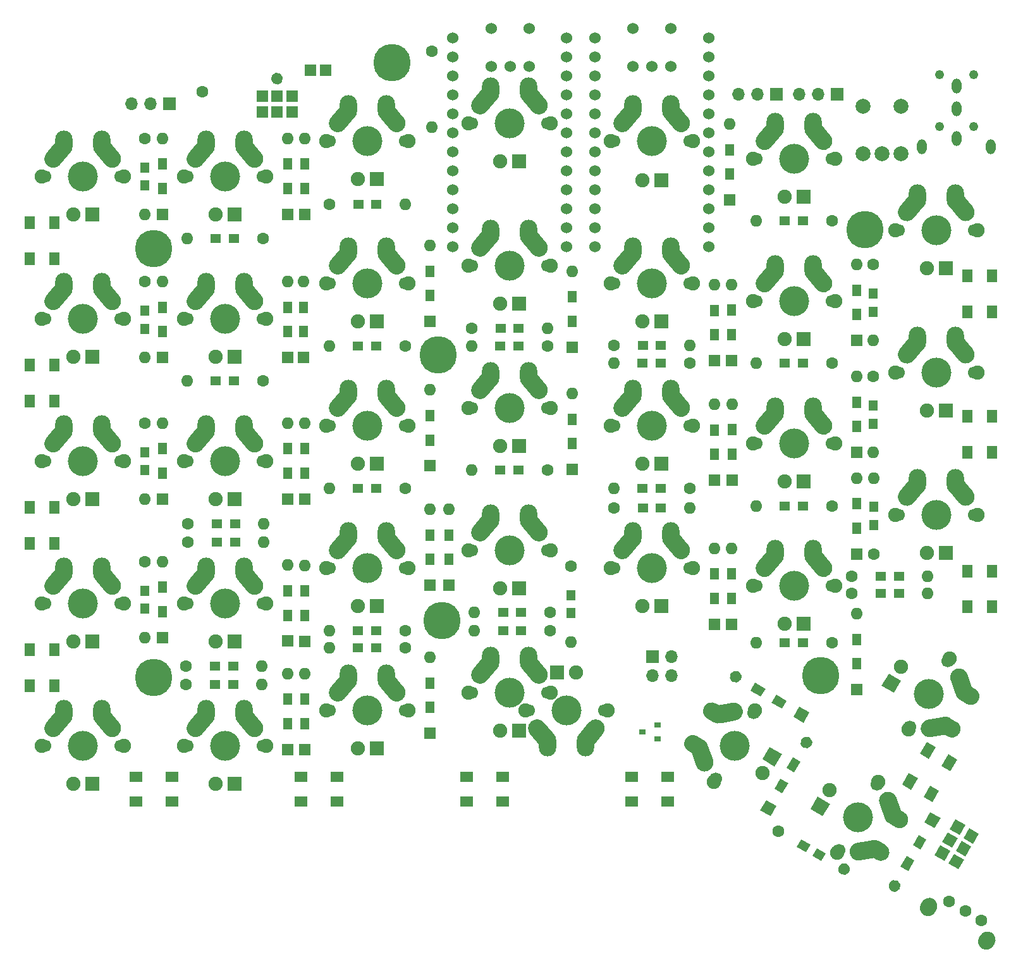
<source format=gbs>
G04 #@! TF.GenerationSoftware,KiCad,Pcbnew,(5.99.0-7652-gaab3c936f0)*
G04 #@! TF.CreationDate,2020-12-28T19:10:51+00:00*
G04 #@! TF.ProjectId,ergodash,6572676f-6461-4736-982e-6b696361645f,2.0*
G04 #@! TF.SameCoordinates,PX4c880a8PY8a3633c*
G04 #@! TF.FileFunction,Soldermask,Bot*
G04 #@! TF.FilePolarity,Negative*
%FSLAX46Y46*%
G04 Gerber Fmt 4.6, Leading zero omitted, Abs format (unit mm)*
G04 Created by KiCad (PCBNEW (5.99.0-7652-gaab3c936f0)) date 2020-12-28 19:10:51*
%MOMM*%
%LPD*%
G01*
G04 APERTURE LIST*
%ADD10C,2.000000*%
%ADD11C,1.600000*%
%ADD12O,1.600000X1.600000*%
%ADD13C,5.000000*%
%ADD14R,1.524000X1.524000*%
%ADD15C,1.210000*%
%ADD16O,1.300000X2.000000*%
%ADD17R,1.700000X1.700000*%
%ADD18O,1.700000X1.700000*%
%ADD19C,1.524000*%
%ADD20R,1.200000X1.400000*%
%ADD21R,1.400000X1.200000*%
%ADD22R,1.905000X1.905000*%
%ADD23C,1.905000*%
%ADD24R,0.900000X0.800000*%
%ADD25C,1.700000*%
%ADD26C,4.000000*%
%ADD27C,1.900000*%
%ADD28O,2.300000X3.337000*%
%ADD29R,1.200000X1.600000*%
%ADD30R,1.600000X1.600000*%
%ADD31R,1.400000X1.800000*%
%ADD32R,1.800000X1.400000*%
G04 APERTURE END LIST*
D10*
X113210000Y88250000D03*
X115750000Y88250000D03*
X118290000Y88250000D03*
X118290000Y94600000D03*
X113210000Y94600000D03*
D11*
X24748000Y96566500D03*
G36*
G01*
X33965801Y98191846D02*
X33965801Y98191846D01*
G75*
G02*
X34614728Y99118611I787846J138919D01*
G01*
X34614728Y99118611D01*
G75*
G02*
X35541493Y98469684I138919J-787846D01*
G01*
X35541493Y98469684D01*
G75*
G02*
X34892566Y97542919I-787846J-138919D01*
G01*
X34892566Y97542919D01*
G75*
G02*
X33965801Y98191846I-138919J787846D01*
G01*
G37*
X55482000Y102027500D03*
D12*
X55482000Y91867500D03*
D13*
X56371000Y61387500D03*
X113521000Y78151500D03*
X107552000Y18461500D03*
X18271000Y75611500D03*
X18271000Y18207500D03*
D14*
X39242000Y99487500D03*
X41242000Y99487500D03*
D15*
X128050000Y98900000D03*
X123450000Y91900000D03*
X123450000Y98900000D03*
X128050000Y91900000D03*
D16*
X125750000Y90300000D03*
X125750000Y97300000D03*
X125750000Y94300000D03*
X121150000Y89200000D03*
X130350000Y89200000D03*
D17*
X20400000Y95000000D03*
D18*
X17860000Y95000000D03*
X15320000Y95000000D03*
D17*
X109800000Y96200000D03*
D18*
X107260000Y96200000D03*
X104720000Y96200000D03*
D19*
X68541000Y105005500D03*
X63461000Y105005500D03*
X63461000Y99925500D03*
X66001000Y99925500D03*
X68541000Y99925500D03*
D13*
X56879000Y25827500D03*
D11*
X17093000Y90343500D03*
D20*
X17093000Y86443500D03*
D12*
X17093000Y80183500D03*
D20*
X17093000Y84043500D03*
D11*
X32876000Y76916500D03*
D21*
X28976000Y76916500D03*
D12*
X22716000Y76916500D03*
D21*
X26576000Y76916500D03*
X45666000Y81545500D03*
D11*
X41766000Y81545500D03*
D12*
X51926000Y81545500D03*
D21*
X48066000Y81545500D03*
X64716000Y64908500D03*
D11*
X60816000Y64908500D03*
D21*
X67116000Y64908500D03*
D12*
X70976000Y64908500D03*
D11*
X79866000Y62622500D03*
D21*
X83766000Y62622500D03*
D12*
X90026000Y62622500D03*
D21*
X86166000Y62622500D03*
X105176000Y79329500D03*
D11*
X109076000Y79329500D03*
D21*
X102776000Y79329500D03*
D12*
X98916000Y79329500D03*
D20*
X114629000Y69552500D03*
D11*
X114629000Y73452500D03*
D20*
X114629000Y67152500D03*
D12*
X114629000Y63292500D03*
D11*
X17093000Y71166500D03*
D20*
X17093000Y67266500D03*
X17093000Y64866500D03*
D12*
X17093000Y61006500D03*
D11*
X32876000Y57866500D03*
D21*
X28976000Y57866500D03*
X26576000Y57866500D03*
D12*
X22716000Y57866500D03*
D11*
X51926000Y62565500D03*
D21*
X48026000Y62565500D03*
X45626000Y62565500D03*
D12*
X41766000Y62565500D03*
D11*
X70976000Y62565500D03*
D21*
X67076000Y62565500D03*
D12*
X60816000Y62565500D03*
D21*
X64676000Y62565500D03*
D11*
X90026000Y60279500D03*
D21*
X86126000Y60279500D03*
X83726000Y60279500D03*
D12*
X79866000Y60279500D03*
D11*
X109076000Y60279500D03*
D21*
X105176000Y60279500D03*
X102776000Y60279500D03*
D12*
X98916000Y60279500D03*
D20*
X114629000Y54566500D03*
D11*
X114629000Y58466500D03*
D20*
X114629000Y52166500D03*
D12*
X114629000Y48306500D03*
D20*
X17093000Y48343500D03*
D11*
X17093000Y52243500D03*
D12*
X17093000Y42083500D03*
D20*
X17093000Y45943500D03*
D21*
X26743000Y38746500D03*
D11*
X22843000Y38746500D03*
D12*
X33003000Y38746500D03*
D21*
X29143000Y38746500D03*
X48026000Y43515500D03*
D11*
X51926000Y43515500D03*
D12*
X41766000Y43515500D03*
D21*
X45626000Y43515500D03*
X67076000Y45928500D03*
D11*
X70976000Y45928500D03*
D12*
X60816000Y45928500D03*
D21*
X64676000Y45928500D03*
D11*
X90026000Y43515500D03*
D21*
X86126000Y43515500D03*
D12*
X79866000Y43515500D03*
D21*
X83726000Y43515500D03*
X105176000Y41102500D03*
D11*
X109076000Y41102500D03*
D21*
X102776000Y41102500D03*
D12*
X98916000Y41102500D03*
D11*
X114699000Y34717500D03*
D20*
X114699000Y38617500D03*
D12*
X114699000Y44877500D03*
D20*
X114699000Y41017500D03*
D11*
X22843000Y36333500D03*
D21*
X26743000Y36333500D03*
D12*
X33003000Y36333500D03*
D21*
X29143000Y36333500D03*
D20*
X17093000Y29801500D03*
D11*
X17093000Y33701500D03*
D20*
X17093000Y27401500D03*
D12*
X17093000Y23541500D03*
D21*
X48026000Y24465500D03*
D11*
X51926000Y24465500D03*
D21*
X45626000Y24465500D03*
D12*
X41766000Y24465500D03*
D11*
X71357000Y26878500D03*
D21*
X67457000Y26878500D03*
D12*
X61197000Y26878500D03*
D21*
X65057000Y26878500D03*
D11*
X109076000Y22814500D03*
D21*
X105176000Y22814500D03*
X102776000Y22814500D03*
D12*
X98916000Y22814500D03*
G36*
X104371065Y-4502426D02*
G01*
X104971065Y-3463196D01*
X106183501Y-4163196D01*
X105583501Y-5202426D01*
X104371065Y-4502426D01*
G37*
D11*
X101899784Y-2382811D03*
G36*
X106449526Y-5702426D02*
G01*
X107049526Y-4663196D01*
X108261962Y-5363196D01*
X107661962Y-6402426D01*
X106449526Y-5702426D01*
G37*
G36*
G01*
X110005782Y-7062811D02*
X110005782Y-7062811D01*
G75*
G02*
X111098602Y-6769991I692820J-400000D01*
G01*
X111098602Y-6769991D01*
G75*
G02*
X111391422Y-7862811I-400000J-692820D01*
G01*
X111391422Y-7862811D01*
G75*
G02*
X110298602Y-8155631I-692820J400000D01*
G01*
X110298602Y-8155631D01*
G75*
G02*
X110005782Y-7062811I400000J692820D01*
G01*
G37*
D21*
X26489000Y19696500D03*
D11*
X22589000Y19696500D03*
D21*
X28889000Y19696500D03*
D12*
X32749000Y19696500D03*
D21*
X26489000Y17283500D03*
D11*
X22589000Y17283500D03*
D12*
X32749000Y17283500D03*
D21*
X28889000Y17283500D03*
D11*
X51926000Y22179500D03*
D21*
X48026000Y22179500D03*
D12*
X41766000Y22179500D03*
D21*
X45626000Y22179500D03*
X67457000Y24465500D03*
D11*
X71357000Y24465500D03*
D12*
X61197000Y24465500D03*
D21*
X65057000Y24465500D03*
D13*
X50148000Y100503500D03*
D22*
X10016000Y80120000D03*
D23*
X7476000Y80120000D03*
D22*
X29066000Y80120000D03*
D23*
X26526000Y80120000D03*
D22*
X48116000Y84882500D03*
D23*
X45576000Y84882500D03*
D22*
X67166000Y87263750D03*
D23*
X64626000Y87263750D03*
D22*
X86216000Y84755500D03*
D23*
X83676000Y84755500D03*
D22*
X105266000Y82501250D03*
D23*
X102726000Y82501250D03*
D22*
X124316000Y72976250D03*
D23*
X121776000Y72976250D03*
D22*
X10016000Y61070000D03*
D23*
X7476000Y61070000D03*
D22*
X29066000Y61070000D03*
D23*
X26526000Y61070000D03*
D22*
X48116000Y65832500D03*
D23*
X45576000Y65832500D03*
D22*
X67166000Y68213750D03*
D23*
X64626000Y68213750D03*
D22*
X86216000Y65832500D03*
D23*
X83676000Y65832500D03*
D22*
X105266000Y63451250D03*
D23*
X102726000Y63451250D03*
D22*
X124316000Y53926250D03*
D23*
X121776000Y53926250D03*
D22*
X10016000Y42020000D03*
D23*
X7476000Y42020000D03*
D22*
X29066000Y42020000D03*
D23*
X26526000Y42020000D03*
D22*
X48116000Y46782500D03*
D23*
X45576000Y46782500D03*
D22*
X67166000Y49163750D03*
D23*
X64626000Y49163750D03*
D22*
X86216000Y46782500D03*
D23*
X83676000Y46782500D03*
D22*
X105266000Y44401250D03*
D23*
X102726000Y44401250D03*
D22*
X124316000Y34876250D03*
D23*
X121776000Y34876250D03*
D22*
X10016000Y22970000D03*
D23*
X7476000Y22970000D03*
D22*
X29066000Y22970000D03*
D23*
X26526000Y22970000D03*
D22*
X48116000Y27732500D03*
D23*
X45576000Y27732500D03*
D22*
X67166000Y30113750D03*
D23*
X64626000Y30113750D03*
D22*
X86216000Y27732500D03*
D23*
X83676000Y27732500D03*
D22*
X105266000Y25351250D03*
D23*
X102726000Y25351250D03*
G36*
X101426048Y6258963D02*
G01*
X99776270Y7211463D01*
X100728770Y8861241D01*
X102378548Y7908741D01*
X101426048Y6258963D01*
G37*
X99807409Y5360398D03*
D22*
X10016000Y3920000D03*
D23*
X7476000Y3920000D03*
D22*
X29066000Y3920000D03*
D23*
X26526000Y3920000D03*
D22*
X48116000Y8682500D03*
D23*
X45576000Y8682500D03*
D22*
X67166000Y11063750D03*
D23*
X64626000Y11063750D03*
D19*
X58276000Y103805500D03*
X58276000Y101265500D03*
X58276000Y98725500D03*
X58276000Y96185500D03*
X58276000Y93645500D03*
X58276000Y91105500D03*
X58276000Y88565500D03*
X58276000Y86025500D03*
X58276000Y83485500D03*
X58276000Y80945500D03*
X58276000Y78405500D03*
X58276000Y75865500D03*
X73516000Y75865500D03*
X73516000Y78405500D03*
X73516000Y80945500D03*
X73516000Y83485500D03*
X73516000Y86025500D03*
X73516000Y88565500D03*
X73516000Y91105500D03*
X73516000Y93645500D03*
X73516000Y96185500D03*
X73516000Y98725500D03*
X73516000Y101265500D03*
X73516000Y103805500D03*
D22*
X72246000Y18842500D03*
D23*
X74786000Y18842500D03*
D24*
X85708000Y11852500D03*
X85708000Y9952500D03*
X83708000Y10902500D03*
D25*
X32876000Y85200000D03*
D26*
X27796000Y85200000D03*
D25*
X22716000Y85200000D03*
D27*
X22296000Y85200000D03*
X33296000Y85200000D03*
G36*
G01*
X23086097Y86667538D02*
X23086097Y86667538D01*
G75*
G02*
X22938189Y88358136I771345J919253D01*
G01*
X24095207Y89737016D01*
G75*
G02*
X25785805Y89884924I919253J-771345D01*
G01*
X25785805Y89884924D01*
G75*
G02*
X25933713Y88194326I-771345J-919253D01*
G01*
X24776695Y86815446D01*
G75*
G02*
X23086097Y86667538I-919253J771345D01*
G01*
G37*
D28*
X25276000Y89700000D03*
X30316000Y89700000D03*
G36*
G01*
X29806195Y89884924D02*
X29806195Y89884924D01*
G75*
G02*
X31496793Y89737016I771345J-919253D01*
G01*
X32653811Y88358136D01*
G75*
G02*
X32505903Y86667538I-919253J-771345D01*
G01*
X32505903Y86667538D01*
G75*
G02*
X30815305Y86815446I-771345J919253D01*
G01*
X29658287Y88194326D01*
G75*
G02*
X29806195Y89884924I919253J771345D01*
G01*
G37*
D27*
X33296000Y66150000D03*
D25*
X22716000Y66150000D03*
D26*
X27796000Y66150000D03*
D25*
X32876000Y66150000D03*
D27*
X22296000Y66150000D03*
D28*
X25276000Y70650000D03*
G36*
G01*
X23086097Y67617538D02*
X23086097Y67617538D01*
G75*
G02*
X22938189Y69308136I771345J919253D01*
G01*
X24095207Y70687016D01*
G75*
G02*
X25785805Y70834924I919253J-771345D01*
G01*
X25785805Y70834924D01*
G75*
G02*
X25933713Y69144326I-771345J-919253D01*
G01*
X24776695Y67765446D01*
G75*
G02*
X23086097Y67617538I-919253J771345D01*
G01*
G37*
X30316000Y70650000D03*
G36*
G01*
X29806195Y70834924D02*
X29806195Y70834924D01*
G75*
G02*
X31496793Y70687016I771345J-919253D01*
G01*
X32653811Y69308136D01*
G75*
G02*
X32505903Y67617538I-919253J-771345D01*
G01*
X32505903Y67617538D01*
G75*
G02*
X30815305Y67765446I-771345J919253D01*
G01*
X29658287Y69144326D01*
G75*
G02*
X29806195Y70834924I919253J771345D01*
G01*
G37*
D27*
X33296000Y47100000D03*
D25*
X32876000Y47100000D03*
X22716000Y47100000D03*
D27*
X22296000Y47100000D03*
D26*
X27796000Y47100000D03*
D28*
X25276000Y51600000D03*
G36*
G01*
X23086097Y48567538D02*
X23086097Y48567538D01*
G75*
G02*
X22938189Y50258136I771345J919253D01*
G01*
X24095207Y51637016D01*
G75*
G02*
X25785805Y51784924I919253J-771345D01*
G01*
X25785805Y51784924D01*
G75*
G02*
X25933713Y50094326I-771345J-919253D01*
G01*
X24776695Y48715446D01*
G75*
G02*
X23086097Y48567538I-919253J771345D01*
G01*
G37*
G36*
G01*
X29806195Y51784924D02*
X29806195Y51784924D01*
G75*
G02*
X31496793Y51637016I771345J-919253D01*
G01*
X32653811Y50258136D01*
G75*
G02*
X32505903Y48567538I-919253J-771345D01*
G01*
X32505903Y48567538D01*
G75*
G02*
X30815305Y48715446I-771345J919253D01*
G01*
X29658287Y50094326D01*
G75*
G02*
X29806195Y51784924I919253J771345D01*
G01*
G37*
X30316000Y51600000D03*
D25*
X32876000Y28050000D03*
D27*
X33296000Y28050000D03*
X22296000Y28050000D03*
D26*
X27796000Y28050000D03*
D25*
X22716000Y28050000D03*
G36*
G01*
X23086097Y29517538D02*
X23086097Y29517538D01*
G75*
G02*
X22938189Y31208136I771345J919253D01*
G01*
X24095207Y32587016D01*
G75*
G02*
X25785805Y32734924I919253J-771345D01*
G01*
X25785805Y32734924D01*
G75*
G02*
X25933713Y31044326I-771345J-919253D01*
G01*
X24776695Y29665446D01*
G75*
G02*
X23086097Y29517538I-919253J771345D01*
G01*
G37*
D28*
X25276000Y32550000D03*
X30316000Y32550000D03*
G36*
G01*
X29806195Y32734924D02*
X29806195Y32734924D01*
G75*
G02*
X31496793Y32587016I771345J-919253D01*
G01*
X32653811Y31208136D01*
G75*
G02*
X32505903Y29517538I-919253J-771345D01*
G01*
X32505903Y29517538D01*
G75*
G02*
X30815305Y29665446I-771345J919253D01*
G01*
X29658287Y31044326D01*
G75*
G02*
X29806195Y32734924I919253J771345D01*
G01*
G37*
D25*
X41766000Y32812500D03*
D27*
X52346000Y32812500D03*
D26*
X46846000Y32812500D03*
D27*
X41346000Y32812500D03*
D25*
X51926000Y32812500D03*
G36*
G01*
X42136097Y34280038D02*
X42136097Y34280038D01*
G75*
G02*
X41988189Y35970636I771345J919253D01*
G01*
X43145207Y37349516D01*
G75*
G02*
X44835805Y37497424I919253J-771345D01*
G01*
X44835805Y37497424D01*
G75*
G02*
X44983713Y35806826I-771345J-919253D01*
G01*
X43826695Y34427946D01*
G75*
G02*
X42136097Y34280038I-919253J771345D01*
G01*
G37*
D28*
X44326000Y37312500D03*
X49366000Y37312500D03*
G36*
G01*
X48856195Y37497424D02*
X48856195Y37497424D01*
G75*
G02*
X50546793Y37349516I771345J-919253D01*
G01*
X51703811Y35970636D01*
G75*
G02*
X51555903Y34280038I-919253J-771345D01*
G01*
X51555903Y34280038D01*
G75*
G02*
X49865305Y34427946I-771345J919253D01*
G01*
X48708287Y35806826D01*
G75*
G02*
X48856195Y37497424I919253J771345D01*
G01*
G37*
D26*
X65896000Y92343750D03*
D27*
X71396000Y92343750D03*
D25*
X70976000Y92343750D03*
D27*
X60396000Y92343750D03*
D25*
X60816000Y92343750D03*
D28*
X63376000Y96843750D03*
G36*
G01*
X61186097Y93811288D02*
X61186097Y93811288D01*
G75*
G02*
X61038189Y95501886I771345J919253D01*
G01*
X62195207Y96880766D01*
G75*
G02*
X63885805Y97028674I919253J-771345D01*
G01*
X63885805Y97028674D01*
G75*
G02*
X64033713Y95338076I-771345J-919253D01*
G01*
X62876695Y93959196D01*
G75*
G02*
X61186097Y93811288I-919253J771345D01*
G01*
G37*
X68416000Y96843750D03*
G36*
G01*
X67906195Y97028674D02*
X67906195Y97028674D01*
G75*
G02*
X69596793Y96880766I771345J-919253D01*
G01*
X70753811Y95501886D01*
G75*
G02*
X70605903Y93811288I-919253J-771345D01*
G01*
X70605903Y93811288D01*
G75*
G02*
X68915305Y93959196I-771345J919253D01*
G01*
X67758287Y95338076D01*
G75*
G02*
X67906195Y97028674I919253J771345D01*
G01*
G37*
D25*
X60816000Y73293750D03*
D27*
X60396000Y73293750D03*
D25*
X70976000Y73293750D03*
D27*
X71396000Y73293750D03*
D26*
X65896000Y73293750D03*
G36*
G01*
X61186097Y74761288D02*
X61186097Y74761288D01*
G75*
G02*
X61038189Y76451886I771345J919253D01*
G01*
X62195207Y77830766D01*
G75*
G02*
X63885805Y77978674I919253J-771345D01*
G01*
X63885805Y77978674D01*
G75*
G02*
X64033713Y76288076I-771345J-919253D01*
G01*
X62876695Y74909196D01*
G75*
G02*
X61186097Y74761288I-919253J771345D01*
G01*
G37*
D28*
X63376000Y77793750D03*
G36*
G01*
X67906195Y77978674D02*
X67906195Y77978674D01*
G75*
G02*
X69596793Y77830766I771345J-919253D01*
G01*
X70753811Y76451886D01*
G75*
G02*
X70605903Y74761288I-919253J-771345D01*
G01*
X70605903Y74761288D01*
G75*
G02*
X68915305Y74909196I-771345J919253D01*
G01*
X67758287Y76288076D01*
G75*
G02*
X67906195Y77978674I919253J771345D01*
G01*
G37*
X68416000Y77793750D03*
D25*
X60816000Y54243750D03*
D27*
X71396000Y54243750D03*
D26*
X65896000Y54243750D03*
D27*
X60396000Y54243750D03*
D25*
X70976000Y54243750D03*
D28*
X63376000Y58743750D03*
G36*
G01*
X61186097Y55711288D02*
X61186097Y55711288D01*
G75*
G02*
X61038189Y57401886I771345J919253D01*
G01*
X62195207Y58780766D01*
G75*
G02*
X63885805Y58928674I919253J-771345D01*
G01*
X63885805Y58928674D01*
G75*
G02*
X64033713Y57238076I-771345J-919253D01*
G01*
X62876695Y55859196D01*
G75*
G02*
X61186097Y55711288I-919253J771345D01*
G01*
G37*
G36*
G01*
X67906195Y58928674D02*
X67906195Y58928674D01*
G75*
G02*
X69596793Y58780766I771345J-919253D01*
G01*
X70753811Y57401886D01*
G75*
G02*
X70605903Y55711288I-919253J-771345D01*
G01*
X70605903Y55711288D01*
G75*
G02*
X68915305Y55859196I-771345J919253D01*
G01*
X67758287Y57238076D01*
G75*
G02*
X67906195Y58928674I919253J771345D01*
G01*
G37*
X68416000Y58743750D03*
D25*
X60816000Y35193750D03*
X70976000Y35193750D03*
D27*
X60396000Y35193750D03*
D26*
X65896000Y35193750D03*
D27*
X71396000Y35193750D03*
G36*
G01*
X61186097Y36661288D02*
X61186097Y36661288D01*
G75*
G02*
X61038189Y38351886I771345J919253D01*
G01*
X62195207Y39730766D01*
G75*
G02*
X63885805Y39878674I919253J-771345D01*
G01*
X63885805Y39878674D01*
G75*
G02*
X64033713Y38188076I-771345J-919253D01*
G01*
X62876695Y36809196D01*
G75*
G02*
X61186097Y36661288I-919253J771345D01*
G01*
G37*
D28*
X63376000Y39693750D03*
G36*
G01*
X67906195Y39878674D02*
X67906195Y39878674D01*
G75*
G02*
X69596793Y39730766I771345J-919253D01*
G01*
X70753811Y38351886D01*
G75*
G02*
X70605903Y36661288I-919253J-771345D01*
G01*
X70605903Y36661288D01*
G75*
G02*
X68915305Y36809196I-771345J919253D01*
G01*
X67758287Y38188076D01*
G75*
G02*
X67906195Y39878674I919253J771345D01*
G01*
G37*
X68416000Y39693750D03*
D25*
X90026000Y89962500D03*
D26*
X84946000Y89962500D03*
D25*
X79866000Y89962500D03*
D27*
X90446000Y89962500D03*
X79446000Y89962500D03*
D28*
X82426000Y94462500D03*
G36*
G01*
X80236097Y91430038D02*
X80236097Y91430038D01*
G75*
G02*
X80088189Y93120636I771345J919253D01*
G01*
X81245207Y94499516D01*
G75*
G02*
X82935805Y94647424I919253J-771345D01*
G01*
X82935805Y94647424D01*
G75*
G02*
X83083713Y92956826I-771345J-919253D01*
G01*
X81926695Y91577946D01*
G75*
G02*
X80236097Y91430038I-919253J771345D01*
G01*
G37*
X87466000Y94462500D03*
G36*
G01*
X86956195Y94647424D02*
X86956195Y94647424D01*
G75*
G02*
X88646793Y94499516I771345J-919253D01*
G01*
X89803811Y93120636D01*
G75*
G02*
X89655903Y91430038I-919253J-771345D01*
G01*
X89655903Y91430038D01*
G75*
G02*
X87965305Y91577946I-771345J919253D01*
G01*
X86808287Y92956826D01*
G75*
G02*
X86956195Y94647424I919253J771345D01*
G01*
G37*
D25*
X79866000Y70912500D03*
D27*
X79446000Y70912500D03*
X90446000Y70912500D03*
D25*
X90026000Y70912500D03*
D26*
X84946000Y70912500D03*
G36*
G01*
X80236097Y72380038D02*
X80236097Y72380038D01*
G75*
G02*
X80088189Y74070636I771345J919253D01*
G01*
X81245207Y75449516D01*
G75*
G02*
X82935805Y75597424I919253J-771345D01*
G01*
X82935805Y75597424D01*
G75*
G02*
X83083713Y73906826I-771345J-919253D01*
G01*
X81926695Y72527946D01*
G75*
G02*
X80236097Y72380038I-919253J771345D01*
G01*
G37*
D28*
X82426000Y75412500D03*
G36*
G01*
X86956195Y75597424D02*
X86956195Y75597424D01*
G75*
G02*
X88646793Y75449516I771345J-919253D01*
G01*
X89803811Y74070636D01*
G75*
G02*
X89655903Y72380038I-919253J-771345D01*
G01*
X89655903Y72380038D01*
G75*
G02*
X87965305Y72527946I-771345J919253D01*
G01*
X86808287Y73906826D01*
G75*
G02*
X86956195Y75597424I919253J771345D01*
G01*
G37*
X87466000Y75412500D03*
D25*
X79866000Y51862500D03*
X90026000Y51862500D03*
D27*
X90446000Y51862500D03*
D26*
X84946000Y51862500D03*
D27*
X79446000Y51862500D03*
G36*
G01*
X80236097Y53330038D02*
X80236097Y53330038D01*
G75*
G02*
X80088189Y55020636I771345J919253D01*
G01*
X81245207Y56399516D01*
G75*
G02*
X82935805Y56547424I919253J-771345D01*
G01*
X82935805Y56547424D01*
G75*
G02*
X83083713Y54856826I-771345J-919253D01*
G01*
X81926695Y53477946D01*
G75*
G02*
X80236097Y53330038I-919253J771345D01*
G01*
G37*
D28*
X82426000Y56362500D03*
G36*
G01*
X86956195Y56547424D02*
X86956195Y56547424D01*
G75*
G02*
X88646793Y56399516I771345J-919253D01*
G01*
X89803811Y55020636D01*
G75*
G02*
X89655903Y53330038I-919253J-771345D01*
G01*
X89655903Y53330038D01*
G75*
G02*
X87965305Y53477946I-771345J919253D01*
G01*
X86808287Y54856826D01*
G75*
G02*
X86956195Y56547424I919253J771345D01*
G01*
G37*
X87466000Y56362500D03*
D26*
X84946000Y32812500D03*
D25*
X90026000Y32812500D03*
D27*
X90446000Y32812500D03*
D25*
X79866000Y32812500D03*
D27*
X79446000Y32812500D03*
G36*
G01*
X80236097Y34280038D02*
X80236097Y34280038D01*
G75*
G02*
X80088189Y35970636I771345J919253D01*
G01*
X81245207Y37349516D01*
G75*
G02*
X82935805Y37497424I919253J-771345D01*
G01*
X82935805Y37497424D01*
G75*
G02*
X83083713Y35806826I-771345J-919253D01*
G01*
X81926695Y34427946D01*
G75*
G02*
X80236097Y34280038I-919253J771345D01*
G01*
G37*
D28*
X82426000Y37312500D03*
X87466000Y37312500D03*
G36*
G01*
X86956195Y37497424D02*
X86956195Y37497424D01*
G75*
G02*
X88646793Y37349516I771345J-919253D01*
G01*
X89803811Y35970636D01*
G75*
G02*
X89655903Y34280038I-919253J-771345D01*
G01*
X89655903Y34280038D01*
G75*
G02*
X87965305Y34427946I-771345J919253D01*
G01*
X86808287Y35806826D01*
G75*
G02*
X86956195Y37497424I919253J771345D01*
G01*
G37*
D27*
X98496000Y87581250D03*
D25*
X109076000Y87581250D03*
D26*
X103996000Y87581250D03*
D27*
X109496000Y87581250D03*
D25*
X98916000Y87581250D03*
D28*
X101476000Y92081250D03*
G36*
G01*
X99286097Y89048788D02*
X99286097Y89048788D01*
G75*
G02*
X99138189Y90739386I771345J919253D01*
G01*
X100295207Y92118266D01*
G75*
G02*
X101985805Y92266174I919253J-771345D01*
G01*
X101985805Y92266174D01*
G75*
G02*
X102133713Y90575576I-771345J-919253D01*
G01*
X100976695Y89196696D01*
G75*
G02*
X99286097Y89048788I-919253J771345D01*
G01*
G37*
X106516000Y92081250D03*
G36*
G01*
X106006195Y92266174D02*
X106006195Y92266174D01*
G75*
G02*
X107696793Y92118266I771345J-919253D01*
G01*
X108853811Y90739386D01*
G75*
G02*
X108705903Y89048788I-919253J-771345D01*
G01*
X108705903Y89048788D01*
G75*
G02*
X107015305Y89196696I-771345J919253D01*
G01*
X105858287Y90575576D01*
G75*
G02*
X106006195Y92266174I919253J771345D01*
G01*
G37*
D26*
X123046000Y78056250D03*
D27*
X128546000Y78056250D03*
D25*
X117966000Y78056250D03*
X128126000Y78056250D03*
D27*
X117546000Y78056250D03*
D28*
X120526000Y82556250D03*
G36*
G01*
X118336097Y79523788D02*
X118336097Y79523788D01*
G75*
G02*
X118188189Y81214386I771345J919253D01*
G01*
X119345207Y82593266D01*
G75*
G02*
X121035805Y82741174I919253J-771345D01*
G01*
X121035805Y82741174D01*
G75*
G02*
X121183713Y81050576I-771345J-919253D01*
G01*
X120026695Y79671696D01*
G75*
G02*
X118336097Y79523788I-919253J771345D01*
G01*
G37*
X125566000Y82556250D03*
G36*
G01*
X125056195Y82741174D02*
X125056195Y82741174D01*
G75*
G02*
X126746793Y82593266I771345J-919253D01*
G01*
X127903811Y81214386D01*
G75*
G02*
X127755903Y79523788I-919253J-771345D01*
G01*
X127755903Y79523788D01*
G75*
G02*
X126065305Y79671696I-771345J919253D01*
G01*
X124908287Y81050576D01*
G75*
G02*
X125056195Y82741174I919253J771345D01*
G01*
G37*
D25*
X128126000Y59006250D03*
D27*
X128546000Y59006250D03*
D26*
X123046000Y59006250D03*
D25*
X117966000Y59006250D03*
D27*
X117546000Y59006250D03*
D28*
X120526000Y63506250D03*
G36*
G01*
X118336097Y60473788D02*
X118336097Y60473788D01*
G75*
G02*
X118188189Y62164386I771345J919253D01*
G01*
X119345207Y63543266D01*
G75*
G02*
X121035805Y63691174I919253J-771345D01*
G01*
X121035805Y63691174D01*
G75*
G02*
X121183713Y62000576I-771345J-919253D01*
G01*
X120026695Y60621696D01*
G75*
G02*
X118336097Y60473788I-919253J771345D01*
G01*
G37*
X125566000Y63506250D03*
G36*
G01*
X125056195Y63691174D02*
X125056195Y63691174D01*
G75*
G02*
X126746793Y63543266I771345J-919253D01*
G01*
X127903811Y62164386D01*
G75*
G02*
X127755903Y60473788I-919253J-771345D01*
G01*
X127755903Y60473788D01*
G75*
G02*
X126065305Y60621696I-771345J919253D01*
G01*
X124908287Y62000576D01*
G75*
G02*
X125056195Y63691174I919253J771345D01*
G01*
G37*
D27*
X128546000Y39956250D03*
D25*
X128126000Y39956250D03*
D27*
X117546000Y39956250D03*
D26*
X123046000Y39956250D03*
D25*
X117966000Y39956250D03*
G36*
G01*
X118336097Y41423788D02*
X118336097Y41423788D01*
G75*
G02*
X118188189Y43114386I771345J919253D01*
G01*
X119345207Y44493266D01*
G75*
G02*
X121035805Y44641174I919253J-771345D01*
G01*
X121035805Y44641174D01*
G75*
G02*
X121183713Y42950576I-771345J-919253D01*
G01*
X120026695Y41571696D01*
G75*
G02*
X118336097Y41423788I-919253J771345D01*
G01*
G37*
D28*
X120526000Y44456250D03*
G36*
G01*
X125056195Y44641174D02*
X125056195Y44641174D01*
G75*
G02*
X126746793Y44493266I771345J-919253D01*
G01*
X127903811Y43114386D01*
G75*
G02*
X127755903Y41423788I-919253J-771345D01*
G01*
X127755903Y41423788D01*
G75*
G02*
X126065305Y41571696I-771345J919253D01*
G01*
X124908287Y42950576D01*
G75*
G02*
X125056195Y44641174I919253J771345D01*
G01*
G37*
X125566000Y44456250D03*
D27*
X124816000Y20736340D03*
X119316000Y11210060D03*
D26*
X122066000Y15973200D03*
D25*
X119526000Y11573791D03*
X124606000Y20372609D03*
G36*
G01*
X127349080Y17160763D02*
X128247148Y16642263D01*
G75*
G02*
X128668077Y15071334I-575000J-995929D01*
G01*
X128668077Y15071334D01*
G75*
G02*
X127097148Y14650405I-995929J575000D01*
G01*
X126199080Y15168905D01*
G75*
G02*
X125778151Y16739834I575000J995929D01*
G01*
X125778151Y16739834D01*
G75*
G02*
X127349080Y17160763I995929J-575000D01*
G01*
G37*
G36*
G01*
X125691877Y19318326D02*
X125691877Y19318326D01*
G75*
G02*
X127229932Y18601119I410424J-1127631D01*
G01*
X127845568Y16909673D01*
G75*
G02*
X127128361Y15371618I-1127631J-410424D01*
G01*
X127128361Y15371618D01*
G75*
G02*
X125590306Y16088825I-410424J1127631D01*
G01*
X124974670Y17780271D01*
G75*
G02*
X125691877Y19318326I1127631J410424D01*
G01*
G37*
G36*
G01*
X125118166Y11889858D02*
X125118166Y11889858D01*
G75*
G02*
X124144775Y10499711I-1181769J-208378D01*
G01*
X122372121Y10187145D01*
G75*
G02*
X120981974Y11160536I-208378J1181769D01*
G01*
X120981974Y11160536D01*
G75*
G02*
X121955365Y12550683I1181769J208378D01*
G01*
X123728019Y12863249D01*
G75*
G02*
X125118166Y11889858I208378J-1181769D01*
G01*
G37*
G36*
G01*
X124829080Y12795995D02*
X125727148Y12277495D01*
G75*
G02*
X126148077Y10706566I-575000J-995929D01*
G01*
X126148077Y10706566D01*
G75*
G02*
X124577148Y10285637I-995929J575000D01*
G01*
X123679080Y10804137D01*
G75*
G02*
X123258151Y12375066I575000J995929D01*
G01*
X123258151Y12375066D01*
G75*
G02*
X124829080Y12795995I995929J-575000D01*
G01*
G37*
D27*
X22296000Y9000000D03*
D26*
X27796000Y9000000D03*
D25*
X22716000Y9000000D03*
D27*
X33296000Y9000000D03*
D25*
X32876000Y9000000D03*
G36*
G01*
X23086097Y10467538D02*
X23086097Y10467538D01*
G75*
G02*
X22938189Y12158136I771345J919253D01*
G01*
X24095207Y13537016D01*
G75*
G02*
X25785805Y13684924I919253J-771345D01*
G01*
X25785805Y13684924D01*
G75*
G02*
X25933713Y11994326I-771345J-919253D01*
G01*
X24776695Y10615446D01*
G75*
G02*
X23086097Y10467538I-919253J771345D01*
G01*
G37*
D28*
X25276000Y13500000D03*
G36*
G01*
X29806195Y13684924D02*
X29806195Y13684924D01*
G75*
G02*
X31496793Y13537016I771345J-919253D01*
G01*
X32653811Y12158136D01*
G75*
G02*
X32505903Y10467538I-919253J-771345D01*
G01*
X32505903Y10467538D01*
G75*
G02*
X30815305Y10615446I-771345J919253D01*
G01*
X29658287Y11994326D01*
G75*
G02*
X29806195Y13684924I919253J771345D01*
G01*
G37*
X30316000Y13500000D03*
D25*
X98583000Y13399659D03*
X93503000Y4600841D03*
D26*
X96043000Y9000250D03*
D27*
X93293000Y4237110D03*
X98793000Y13763390D03*
G36*
G01*
X90759920Y7812687D02*
X89861852Y8331187D01*
G75*
G02*
X89440923Y9902116I575000J995929D01*
G01*
X89440923Y9902116D01*
G75*
G02*
X91011852Y10323045I995929J-575000D01*
G01*
X91909920Y9804545D01*
G75*
G02*
X92330849Y8233616I-575000J-995929D01*
G01*
X92330849Y8233616D01*
G75*
G02*
X90759920Y7812687I-995929J575000D01*
G01*
G37*
G36*
G01*
X92417123Y5655124D02*
X92417123Y5655124D01*
G75*
G02*
X90879068Y6372331I-410424J1127631D01*
G01*
X90263432Y8063777D01*
G75*
G02*
X90980639Y9601832I1127631J410424D01*
G01*
X90980639Y9601832D01*
G75*
G02*
X92518694Y8884625I410424J-1127631D01*
G01*
X93134330Y7193179D01*
G75*
G02*
X92417123Y5655124I-1127631J-410424D01*
G01*
G37*
G36*
G01*
X92990834Y13083592D02*
X92990834Y13083592D01*
G75*
G02*
X93964225Y14473739I1181769J208378D01*
G01*
X95736879Y14786305D01*
G75*
G02*
X97127026Y13812914I208378J-1181769D01*
G01*
X97127026Y13812914D01*
G75*
G02*
X96153635Y12422767I-1181769J-208378D01*
G01*
X94380981Y12110201D01*
G75*
G02*
X92990834Y13083592I-208378J1181769D01*
G01*
G37*
G36*
G01*
X93279920Y12177455D02*
X92381852Y12695955D01*
G75*
G02*
X91960923Y14266884I575000J995929D01*
G01*
X91960923Y14266884D01*
G75*
G02*
X93531852Y14687813I995929J-575000D01*
G01*
X94429920Y14169313D01*
G75*
G02*
X94850849Y12598384I-575000J-995929D01*
G01*
X94850849Y12598384D01*
G75*
G02*
X93279920Y12177455I-995929J575000D01*
G01*
G37*
D26*
X112541000Y-524800D03*
D27*
X115291000Y4238340D03*
X109791000Y-5287940D03*
D25*
X110001000Y-4924209D03*
X115081000Y3874609D03*
G36*
G01*
X116166877Y2820326D02*
X116166877Y2820326D01*
G75*
G02*
X117704932Y2103119I410424J-1127631D01*
G01*
X118320568Y411673D01*
G75*
G02*
X117603361Y-1126382I-1127631J-410424D01*
G01*
X117603361Y-1126382D01*
G75*
G02*
X116065306Y-409175I-410424J1127631D01*
G01*
X115449670Y1282271D01*
G75*
G02*
X116166877Y2820326I1127631J410424D01*
G01*
G37*
G36*
G01*
X117824080Y662763D02*
X118722148Y144263D01*
G75*
G02*
X119143077Y-1426666I-575000J-995929D01*
G01*
X119143077Y-1426666D01*
G75*
G02*
X117572148Y-1847595I-995929J575000D01*
G01*
X116674080Y-1329095D01*
G75*
G02*
X116253151Y241834I575000J995929D01*
G01*
X116253151Y241834D01*
G75*
G02*
X117824080Y662763I995929J-575000D01*
G01*
G37*
G36*
G01*
X115593166Y-4608142D02*
X115593166Y-4608142D01*
G75*
G02*
X114619775Y-5998289I-1181769J-208378D01*
G01*
X112847121Y-6310855D01*
G75*
G02*
X111456974Y-5337464I-208378J1181769D01*
G01*
X111456974Y-5337464D01*
G75*
G02*
X112430365Y-3947317I1181769J208378D01*
G01*
X114203019Y-3634751D01*
G75*
G02*
X115593166Y-4608142I208378J-1181769D01*
G01*
G37*
G36*
G01*
X115304080Y-3702005D02*
X116202148Y-4220505D01*
G75*
G02*
X116623077Y-5791434I-575000J-995929D01*
G01*
X116623077Y-5791434D01*
G75*
G02*
X115052148Y-6212363I-995929J575000D01*
G01*
X114154080Y-5693863D01*
G75*
G02*
X113733151Y-4122934I575000J995929D01*
G01*
X113733151Y-4122934D01*
G75*
G02*
X115304080Y-3702005I995929J-575000D01*
G01*
G37*
D26*
X73516000Y13762500D03*
D25*
X68436000Y13762500D03*
X78596000Y13762500D03*
D27*
X79016000Y13762500D03*
X68016000Y13762500D03*
G36*
G01*
X78225903Y12294962D02*
X78225903Y12294962D01*
G75*
G02*
X78373811Y10604364I-771345J-919253D01*
G01*
X77216793Y9225484D01*
G75*
G02*
X75526195Y9077576I-919253J771345D01*
G01*
X75526195Y9077576D01*
G75*
G02*
X75378287Y10768174I771345J919253D01*
G01*
X76535305Y12147054D01*
G75*
G02*
X78225903Y12294962I919253J-771345D01*
G01*
G37*
D28*
X76036000Y9262500D03*
X70996000Y9262500D03*
G36*
G01*
X71505805Y9077576D02*
X71505805Y9077576D01*
G75*
G02*
X69815207Y9225484I-771345J919253D01*
G01*
X68658189Y10604364D01*
G75*
G02*
X68806097Y12294962I919253J771345D01*
G01*
X68806097Y12294962D01*
G75*
G02*
X70496695Y12147054I771345J-919253D01*
G01*
X71653713Y10768174D01*
G75*
G02*
X71505805Y9077576I-919253J-771345D01*
G01*
G37*
G36*
X116682952Y18714487D02*
G01*
X118332730Y17761987D01*
X117380230Y16112209D01*
X115730452Y17064709D01*
X116682952Y18714487D01*
G37*
D23*
X118301591Y19613052D03*
G36*
X107157952Y2216487D02*
G01*
X108807730Y1263987D01*
X107855230Y-385791D01*
X106205452Y566709D01*
X107157952Y2216487D01*
G37*
X108776591Y3115052D03*
D11*
X111743000Y31761500D03*
D21*
X115643000Y31761500D03*
D12*
X121903000Y31761500D03*
D21*
X118043000Y31761500D03*
D11*
X111743000Y29475500D03*
D21*
X115643000Y29475500D03*
D12*
X121903000Y29475500D03*
D21*
X118043000Y29475500D03*
D29*
X19414000Y83633500D03*
D30*
X19414000Y80183500D03*
D12*
X19414000Y90343500D03*
D29*
X19414000Y86893500D03*
X19414000Y64456500D03*
D30*
X19414000Y61006500D03*
D12*
X19414000Y71166500D03*
D29*
X19414000Y67716500D03*
X19414000Y45533500D03*
D30*
X19414000Y42083500D03*
D12*
X19414000Y52243500D03*
D29*
X19414000Y48793500D03*
D30*
X36178000Y23054500D03*
D29*
X36178000Y26504500D03*
D12*
X36178000Y33214500D03*
D29*
X36178000Y29764500D03*
X36178000Y83633500D03*
D30*
X36178000Y80183500D03*
D12*
X36178000Y90343500D03*
D29*
X36178000Y86893500D03*
X36178000Y64456500D03*
D30*
X36178000Y61006500D03*
D29*
X36178000Y67716500D03*
D12*
X36178000Y71166500D03*
D30*
X36178000Y42083500D03*
D29*
X36178000Y45533500D03*
X36178000Y48793500D03*
D12*
X36178000Y52243500D03*
D29*
X38464000Y26483500D03*
D30*
X38464000Y23033500D03*
D29*
X38464000Y29743500D03*
D12*
X38464000Y33193500D03*
D29*
X38464000Y83633500D03*
D30*
X38464000Y80183500D03*
D12*
X38464000Y90343500D03*
D29*
X38464000Y86893500D03*
D30*
X38337000Y61006500D03*
D29*
X38337000Y64456500D03*
D12*
X38337000Y71166500D03*
D29*
X38337000Y67716500D03*
D30*
X38464000Y42083500D03*
D29*
X38464000Y45533500D03*
X38464000Y48793500D03*
D12*
X38464000Y52243500D03*
D29*
X55228000Y33976500D03*
D30*
X55228000Y30526500D03*
D12*
X55228000Y40686500D03*
D29*
X55228000Y37236500D03*
D30*
X55228000Y65832500D03*
D29*
X55228000Y69282500D03*
X55228000Y72542500D03*
D12*
X55228000Y75992500D03*
D29*
X74278000Y65853500D03*
D30*
X74278000Y62403500D03*
D29*
X74278000Y69113500D03*
D12*
X74278000Y72563500D03*
D29*
X57768000Y33997500D03*
D30*
X57768000Y30547500D03*
D29*
X57768000Y37257500D03*
D12*
X57768000Y40707500D03*
D29*
X95360000Y85538500D03*
D30*
X95360000Y82088500D03*
D29*
X95360000Y88798500D03*
D12*
X95360000Y92248500D03*
D30*
X74278000Y46041500D03*
D29*
X74278000Y49491500D03*
D12*
X74278000Y56201500D03*
D29*
X74278000Y52751500D03*
X93328000Y28769500D03*
D30*
X93328000Y25319500D03*
D12*
X93328000Y35479500D03*
D29*
X93328000Y32029500D03*
X95614000Y64075500D03*
D30*
X95614000Y60625500D03*
D12*
X95614000Y70785500D03*
D29*
X95614000Y67335500D03*
X93328000Y64054500D03*
D30*
X93328000Y60604500D03*
D29*
X93328000Y67314500D03*
D12*
X93328000Y70764500D03*
D29*
X95741000Y48073500D03*
D30*
X95741000Y44623500D03*
D12*
X95741000Y54783500D03*
D29*
X95741000Y51333500D03*
D30*
X95614000Y25319500D03*
D29*
X95614000Y28769500D03*
X95614000Y32029500D03*
D12*
X95614000Y35479500D03*
D29*
X112378000Y66742500D03*
D30*
X112378000Y63292500D03*
D12*
X112378000Y73452500D03*
D29*
X112378000Y70002500D03*
X112378000Y51756500D03*
D30*
X112378000Y48306500D03*
D29*
X112378000Y55016500D03*
D12*
X112378000Y58466500D03*
D30*
X112378000Y34717500D03*
D29*
X112378000Y38167500D03*
D12*
X112378000Y44877500D03*
D29*
X112378000Y41427500D03*
D30*
X112378000Y16577500D03*
D29*
X112378000Y20027500D03*
X112378000Y23287500D03*
D12*
X112378000Y26737500D03*
D29*
X19414000Y26991500D03*
D30*
X19414000Y23541500D03*
D12*
X19414000Y33701500D03*
D29*
X19414000Y30251500D03*
D30*
X36178000Y8555500D03*
D29*
X36178000Y12005500D03*
X36178000Y15265500D03*
D12*
X36178000Y18715500D03*
D29*
X38464000Y12005500D03*
D30*
X38464000Y8555500D03*
D12*
X38464000Y18715500D03*
D29*
X38464000Y15265500D03*
G36*
X106073850Y13494320D02*
G01*
X105273850Y12108680D01*
X103888210Y12908680D01*
X104688210Y14294320D01*
X106073850Y13494320D01*
G37*
G36*
X102986062Y15046115D02*
G01*
X102386062Y14006885D01*
X101000422Y14806885D01*
X101600422Y15846115D01*
X102986062Y15046115D01*
G37*
G36*
G01*
X96875032Y17881500D02*
X96875032Y17881500D01*
G75*
G02*
X95782212Y17588680I-692820J400000D01*
G01*
X95782212Y17588680D01*
G75*
G02*
X95489392Y18681500I400000J692820D01*
G01*
X95489392Y18681500D01*
G75*
G02*
X96582212Y18974320I692820J-400000D01*
G01*
X96582212Y18974320D01*
G75*
G02*
X96875032Y17881500I-400000J-692820D01*
G01*
G37*
G36*
X100162820Y16676115D02*
G01*
X99562820Y15636885D01*
X98177180Y16436885D01*
X98777180Y17476115D01*
X100162820Y16676115D01*
G37*
G36*
X100859820Y-411320D02*
G01*
X99474180Y388680D01*
X100274180Y1774320D01*
X101659820Y974320D01*
X100859820Y-411320D01*
G37*
G36*
X102411615Y2676468D02*
G01*
X101372385Y3276468D01*
X102172385Y4662108D01*
X103211615Y4062108D01*
X102411615Y2676468D01*
G37*
G36*
X104041615Y5499710D02*
G01*
X103002385Y6099710D01*
X103802385Y7485350D01*
X104841615Y6885350D01*
X104041615Y5499710D01*
G37*
G36*
G01*
X105247000Y8787498D02*
X105247000Y8787498D01*
G75*
G02*
X104954180Y9880318I400000J692820D01*
G01*
X104954180Y9880318D01*
G75*
G02*
X106047000Y10173138I692820J-400000D01*
G01*
X106047000Y10173138D01*
G75*
G02*
X106339820Y9080318I-400000J-692820D01*
G01*
X106339820Y9080318D01*
G75*
G02*
X105247000Y8787498I-692820J400000D01*
G01*
G37*
D21*
X83766000Y40905500D03*
D11*
X79866000Y40905500D03*
D12*
X90026000Y40905500D03*
D21*
X86166000Y40905500D03*
D11*
X74116000Y33087500D03*
D20*
X74116000Y29187500D03*
X74116000Y26787500D03*
D12*
X74116000Y22927500D03*
D14*
X32781000Y96016500D03*
X34781000Y96016500D03*
X36781000Y96016500D03*
X32781000Y93857500D03*
X34781000Y93857500D03*
X36781000Y93857500D03*
D29*
X55228000Y14185500D03*
D30*
X55228000Y10735500D03*
D29*
X55228000Y17445500D03*
D12*
X55228000Y20895500D03*
D29*
X55228000Y49957500D03*
D30*
X55228000Y46507500D03*
D29*
X55228000Y53217500D03*
D12*
X55228000Y56667500D03*
D30*
X93328000Y44602500D03*
D29*
X93328000Y48052500D03*
D12*
X93328000Y54762500D03*
D29*
X93328000Y51312500D03*
G36*
X124155911Y-6363051D02*
G01*
X122836089Y-5601051D01*
X123598089Y-4281229D01*
X124917911Y-5043229D01*
X124155911Y-6363051D01*
G37*
G36*
X125155911Y-4631000D02*
G01*
X123836089Y-3869000D01*
X124598089Y-2549178D01*
X125917911Y-3311178D01*
X125155911Y-4631000D01*
G37*
G36*
X126155911Y-2898949D02*
G01*
X124836089Y-2136949D01*
X125598089Y-817127D01*
X126917911Y-1579127D01*
X126155911Y-2898949D01*
G37*
G36*
G01*
X121397935Y-13625807D02*
X121397935Y-13625807D01*
G75*
G02*
X120995307Y-12123179I550000J952628D01*
G01*
X121145307Y-11863371D01*
G75*
G02*
X122647935Y-11460743I952628J-550000D01*
G01*
X122647935Y-11460743D01*
G75*
G02*
X123050563Y-12963371I-550000J-952628D01*
G01*
X122900563Y-13223179D01*
G75*
G02*
X121397935Y-13625807I-952628J550000D01*
G01*
G37*
G36*
G01*
X129192163Y-18125807D02*
X129192163Y-18125807D01*
G75*
G02*
X128789535Y-16623179I550000J952628D01*
G01*
X128939535Y-16363371D01*
G75*
G02*
X130442163Y-15960743I952628J-550000D01*
G01*
X130442163Y-15960743D01*
G75*
G02*
X130844791Y-17463371I-550000J-952628D01*
G01*
X130694791Y-17723179D01*
G75*
G02*
X129192163Y-18125807I-952628J550000D01*
G01*
G37*
D11*
X129085113Y-14311224D03*
X126920049Y-13061224D03*
X124754985Y-11811224D03*
G36*
X120699205Y-2912288D02*
G01*
X121738435Y-3512288D01*
X120938435Y-4897928D01*
X119899205Y-4297928D01*
X120699205Y-2912288D01*
G37*
G36*
X122251000Y175500D02*
G01*
X123636640Y-624500D01*
X122836640Y-2010140D01*
X121451000Y-1210140D01*
X122251000Y175500D01*
G37*
G36*
G01*
X117863820Y-9023318D02*
X117863820Y-9023318D01*
G75*
G02*
X118156640Y-10116138I-400000J-692820D01*
G01*
X118156640Y-10116138D01*
G75*
G02*
X117063820Y-10408958I-692820J400000D01*
G01*
X117063820Y-10408958D01*
G75*
G02*
X116771000Y-9316138I400000J692820D01*
G01*
X116771000Y-9316138D01*
G75*
G02*
X117863820Y-9023318I692820J-400000D01*
G01*
G37*
G36*
X119069205Y-5735530D02*
G01*
X120108435Y-6335530D01*
X119308435Y-7721170D01*
X118269205Y-7121170D01*
X119069205Y-5735530D01*
G37*
D17*
X85051000Y20955000D03*
D18*
X85051000Y18415000D03*
X87591000Y20955000D03*
X87591000Y18415000D03*
D17*
X101600000Y96200000D03*
D18*
X99060000Y96200000D03*
X96520000Y96200000D03*
G36*
X125998302Y-7522962D02*
G01*
X124678480Y-6760962D01*
X125440480Y-5441140D01*
X126760302Y-6203140D01*
X125998302Y-7522962D01*
G37*
G36*
X126998302Y-5790911D02*
G01*
X125678480Y-5028911D01*
X126440480Y-3709089D01*
X127760302Y-4471089D01*
X126998302Y-5790911D01*
G37*
G36*
X127998302Y-4058860D02*
G01*
X126678480Y-3296860D01*
X127440480Y-1977038D01*
X128760302Y-2739038D01*
X127998302Y-4058860D01*
G37*
D19*
X82461000Y105005500D03*
X87541000Y105005500D03*
X87541000Y99925500D03*
X85001000Y99925500D03*
X82461000Y99925500D03*
X92566000Y103805500D03*
X92566000Y101265500D03*
X92566000Y98725500D03*
X92566000Y96185500D03*
X92566000Y93645500D03*
X92566000Y91105500D03*
X92566000Y88565500D03*
X92566000Y86025500D03*
X92566000Y83485500D03*
X92566000Y80945500D03*
X92566000Y78405500D03*
X92566000Y75865500D03*
X77326000Y75865500D03*
X77326000Y78405500D03*
X77326000Y80945500D03*
X77326000Y83485500D03*
X77326000Y86025500D03*
X77326000Y88565500D03*
X77326000Y91105500D03*
X77326000Y93645500D03*
X77326000Y96185500D03*
X77326000Y98725500D03*
X77326000Y101265500D03*
X77326000Y103805500D03*
D27*
X3246000Y85200000D03*
D25*
X13826000Y85200000D03*
X3666000Y85200000D03*
D27*
X14246000Y85200000D03*
D26*
X8746000Y85200000D03*
D28*
X11266000Y89700000D03*
G36*
G01*
X13455903Y86667538D02*
X13455903Y86667538D01*
G75*
G02*
X11765305Y86815446I-771345J919253D01*
G01*
X10608287Y88194326D01*
G75*
G02*
X10756195Y89884924I919253J771345D01*
G01*
X10756195Y89884924D01*
G75*
G02*
X12446793Y89737016I771345J-919253D01*
G01*
X13603811Y88358136D01*
G75*
G02*
X13455903Y86667538I-919253J-771345D01*
G01*
G37*
G36*
G01*
X6735805Y89884924D02*
X6735805Y89884924D01*
G75*
G02*
X6883713Y88194326I-771345J-919253D01*
G01*
X5726695Y86815446D01*
G75*
G02*
X4036097Y86667538I-919253J771345D01*
G01*
X4036097Y86667538D01*
G75*
G02*
X3888189Y88358136I771345J919253D01*
G01*
X5045207Y89737016D01*
G75*
G02*
X6735805Y89884924I919253J-771345D01*
G01*
G37*
X6226000Y89700000D03*
D25*
X13826000Y66150000D03*
D27*
X14246000Y66150000D03*
X3246000Y66150000D03*
D25*
X3666000Y66150000D03*
D26*
X8746000Y66150000D03*
G36*
G01*
X13455903Y67617538D02*
X13455903Y67617538D01*
G75*
G02*
X11765305Y67765446I-771345J919253D01*
G01*
X10608287Y69144326D01*
G75*
G02*
X10756195Y70834924I919253J771345D01*
G01*
X10756195Y70834924D01*
G75*
G02*
X12446793Y70687016I771345J-919253D01*
G01*
X13603811Y69308136D01*
G75*
G02*
X13455903Y67617538I-919253J-771345D01*
G01*
G37*
D28*
X11266000Y70650000D03*
G36*
G01*
X6735805Y70834924D02*
X6735805Y70834924D01*
G75*
G02*
X6883713Y69144326I-771345J-919253D01*
G01*
X5726695Y67765446D01*
G75*
G02*
X4036097Y67617538I-919253J771345D01*
G01*
X4036097Y67617538D01*
G75*
G02*
X3888189Y69308136I771345J919253D01*
G01*
X5045207Y70687016D01*
G75*
G02*
X6735805Y70834924I919253J-771345D01*
G01*
G37*
X6226000Y70650000D03*
D26*
X8746000Y47100000D03*
D27*
X14246000Y47100000D03*
X3246000Y47100000D03*
D25*
X13826000Y47100000D03*
X3666000Y47100000D03*
G36*
G01*
X13455903Y48567538D02*
X13455903Y48567538D01*
G75*
G02*
X11765305Y48715446I-771345J919253D01*
G01*
X10608287Y50094326D01*
G75*
G02*
X10756195Y51784924I919253J771345D01*
G01*
X10756195Y51784924D01*
G75*
G02*
X12446793Y51637016I771345J-919253D01*
G01*
X13603811Y50258136D01*
G75*
G02*
X13455903Y48567538I-919253J-771345D01*
G01*
G37*
D28*
X11266000Y51600000D03*
X6226000Y51600000D03*
G36*
G01*
X6735805Y51784924D02*
X6735805Y51784924D01*
G75*
G02*
X6883713Y50094326I-771345J-919253D01*
G01*
X5726695Y48715446D01*
G75*
G02*
X4036097Y48567538I-919253J771345D01*
G01*
X4036097Y48567538D01*
G75*
G02*
X3888189Y50258136I771345J919253D01*
G01*
X5045207Y51637016D01*
G75*
G02*
X6735805Y51784924I919253J-771345D01*
G01*
G37*
D27*
X3246000Y28050000D03*
D25*
X13826000Y28050000D03*
D27*
X14246000Y28050000D03*
D26*
X8746000Y28050000D03*
D25*
X3666000Y28050000D03*
D28*
X11266000Y32550000D03*
G36*
G01*
X13455903Y29517538D02*
X13455903Y29517538D01*
G75*
G02*
X11765305Y29665446I-771345J919253D01*
G01*
X10608287Y31044326D01*
G75*
G02*
X10756195Y32734924I919253J771345D01*
G01*
X10756195Y32734924D01*
G75*
G02*
X12446793Y32587016I771345J-919253D01*
G01*
X13603811Y31208136D01*
G75*
G02*
X13455903Y29517538I-919253J-771345D01*
G01*
G37*
G36*
G01*
X6735805Y32734924D02*
X6735805Y32734924D01*
G75*
G02*
X6883713Y31044326I-771345J-919253D01*
G01*
X5726695Y29665446D01*
G75*
G02*
X4036097Y29517538I-919253J771345D01*
G01*
X4036097Y29517538D01*
G75*
G02*
X3888189Y31208136I771345J919253D01*
G01*
X5045207Y32587016D01*
G75*
G02*
X6735805Y32734924I919253J-771345D01*
G01*
G37*
X6226000Y32550000D03*
D27*
X41346000Y89962500D03*
X52346000Y89962500D03*
D25*
X41766000Y89962500D03*
X51926000Y89962500D03*
D26*
X46846000Y89962500D03*
G36*
G01*
X51555903Y91430038D02*
X51555903Y91430038D01*
G75*
G02*
X49865305Y91577946I-771345J919253D01*
G01*
X48708287Y92956826D01*
G75*
G02*
X48856195Y94647424I919253J771345D01*
G01*
X48856195Y94647424D01*
G75*
G02*
X50546793Y94499516I771345J-919253D01*
G01*
X51703811Y93120636D01*
G75*
G02*
X51555903Y91430038I-919253J-771345D01*
G01*
G37*
D28*
X49366000Y94462500D03*
G36*
G01*
X44835805Y94647424D02*
X44835805Y94647424D01*
G75*
G02*
X44983713Y92956826I-771345J-919253D01*
G01*
X43826695Y91577946D01*
G75*
G02*
X42136097Y91430038I-919253J771345D01*
G01*
X42136097Y91430038D01*
G75*
G02*
X41988189Y93120636I771345J919253D01*
G01*
X43145207Y94499516D01*
G75*
G02*
X44835805Y94647424I919253J-771345D01*
G01*
G37*
X44326000Y94462500D03*
D25*
X41766000Y70912500D03*
X51926000Y70912500D03*
D27*
X52346000Y70912500D03*
X41346000Y70912500D03*
D26*
X46846000Y70912500D03*
D28*
X49366000Y75412500D03*
G36*
G01*
X51555903Y72380038D02*
X51555903Y72380038D01*
G75*
G02*
X49865305Y72527946I-771345J919253D01*
G01*
X48708287Y73906826D01*
G75*
G02*
X48856195Y75597424I919253J771345D01*
G01*
X48856195Y75597424D01*
G75*
G02*
X50546793Y75449516I771345J-919253D01*
G01*
X51703811Y74070636D01*
G75*
G02*
X51555903Y72380038I-919253J-771345D01*
G01*
G37*
G36*
G01*
X44835805Y75597424D02*
X44835805Y75597424D01*
G75*
G02*
X44983713Y73906826I-771345J-919253D01*
G01*
X43826695Y72527946D01*
G75*
G02*
X42136097Y72380038I-919253J771345D01*
G01*
X42136097Y72380038D01*
G75*
G02*
X41988189Y74070636I771345J919253D01*
G01*
X43145207Y75449516D01*
G75*
G02*
X44835805Y75597424I919253J-771345D01*
G01*
G37*
X44326000Y75412500D03*
D27*
X52346000Y51862500D03*
X41346000Y51862500D03*
D25*
X41766000Y51862500D03*
X51926000Y51862500D03*
D26*
X46846000Y51862500D03*
D28*
X49366000Y56362500D03*
G36*
G01*
X51555903Y53330038D02*
X51555903Y53330038D01*
G75*
G02*
X49865305Y53477946I-771345J919253D01*
G01*
X48708287Y54856826D01*
G75*
G02*
X48856195Y56547424I919253J771345D01*
G01*
X48856195Y56547424D01*
G75*
G02*
X50546793Y56399516I771345J-919253D01*
G01*
X51703811Y55020636D01*
G75*
G02*
X51555903Y53330038I-919253J-771345D01*
G01*
G37*
X44326000Y56362500D03*
G36*
G01*
X44835805Y56547424D02*
X44835805Y56547424D01*
G75*
G02*
X44983713Y54856826I-771345J-919253D01*
G01*
X43826695Y53477946D01*
G75*
G02*
X42136097Y53330038I-919253J771345D01*
G01*
X42136097Y53330038D01*
G75*
G02*
X41988189Y55020636I771345J919253D01*
G01*
X43145207Y56399516D01*
G75*
G02*
X44835805Y56547424I919253J-771345D01*
G01*
G37*
D25*
X98916000Y68531250D03*
D26*
X103996000Y68531250D03*
D25*
X109076000Y68531250D03*
D27*
X98496000Y68531250D03*
X109496000Y68531250D03*
D28*
X106516000Y73031250D03*
G36*
G01*
X108705903Y69998788D02*
X108705903Y69998788D01*
G75*
G02*
X107015305Y70146696I-771345J919253D01*
G01*
X105858287Y71525576D01*
G75*
G02*
X106006195Y73216174I919253J771345D01*
G01*
X106006195Y73216174D01*
G75*
G02*
X107696793Y73068266I771345J-919253D01*
G01*
X108853811Y71689386D01*
G75*
G02*
X108705903Y69998788I-919253J-771345D01*
G01*
G37*
G36*
G01*
X101985805Y73216174D02*
X101985805Y73216174D01*
G75*
G02*
X102133713Y71525576I-771345J-919253D01*
G01*
X100976695Y70146696D01*
G75*
G02*
X99286097Y69998788I-919253J771345D01*
G01*
X99286097Y69998788D01*
G75*
G02*
X99138189Y71689386I771345J919253D01*
G01*
X100295207Y73068266D01*
G75*
G02*
X101985805Y73216174I919253J-771345D01*
G01*
G37*
X101476000Y73031250D03*
D25*
X98916000Y49481250D03*
X109076000Y49481250D03*
D27*
X109496000Y49481250D03*
D26*
X103996000Y49481250D03*
D27*
X98496000Y49481250D03*
D28*
X106516000Y53981250D03*
G36*
G01*
X108705903Y50948788D02*
X108705903Y50948788D01*
G75*
G02*
X107015305Y51096696I-771345J919253D01*
G01*
X105858287Y52475576D01*
G75*
G02*
X106006195Y54166174I919253J771345D01*
G01*
X106006195Y54166174D01*
G75*
G02*
X107696793Y54018266I771345J-919253D01*
G01*
X108853811Y52639386D01*
G75*
G02*
X108705903Y50948788I-919253J-771345D01*
G01*
G37*
X101476000Y53981250D03*
G36*
G01*
X101985805Y54166174D02*
X101985805Y54166174D01*
G75*
G02*
X102133713Y52475576I-771345J-919253D01*
G01*
X100976695Y51096696D01*
G75*
G02*
X99286097Y50948788I-919253J771345D01*
G01*
X99286097Y50948788D01*
G75*
G02*
X99138189Y52639386I771345J919253D01*
G01*
X100295207Y54018266D01*
G75*
G02*
X101985805Y54166174I919253J-771345D01*
G01*
G37*
D27*
X109496000Y30431250D03*
D25*
X98916000Y30431250D03*
D26*
X103996000Y30431250D03*
D25*
X109076000Y30431250D03*
D27*
X98496000Y30431250D03*
G36*
G01*
X108705903Y31898788D02*
X108705903Y31898788D01*
G75*
G02*
X107015305Y32046696I-771345J919253D01*
G01*
X105858287Y33425576D01*
G75*
G02*
X106006195Y35116174I919253J771345D01*
G01*
X106006195Y35116174D01*
G75*
G02*
X107696793Y34968266I771345J-919253D01*
G01*
X108853811Y33589386D01*
G75*
G02*
X108705903Y31898788I-919253J-771345D01*
G01*
G37*
D28*
X106516000Y34931250D03*
X101476000Y34931250D03*
G36*
G01*
X101985805Y35116174D02*
X101985805Y35116174D01*
G75*
G02*
X102133713Y33425576I-771345J-919253D01*
G01*
X100976695Y32046696D01*
G75*
G02*
X99286097Y31898788I-919253J771345D01*
G01*
X99286097Y31898788D01*
G75*
G02*
X99138189Y33589386I771345J919253D01*
G01*
X100295207Y34968266D01*
G75*
G02*
X101985805Y35116174I919253J-771345D01*
G01*
G37*
D26*
X8746000Y9000000D03*
D25*
X3666000Y9000000D03*
D27*
X14246000Y9000000D03*
X3246000Y9000000D03*
D25*
X13826000Y9000000D03*
D28*
X11266000Y13500000D03*
G36*
G01*
X13455903Y10467538D02*
X13455903Y10467538D01*
G75*
G02*
X11765305Y10615446I-771345J919253D01*
G01*
X10608287Y11994326D01*
G75*
G02*
X10756195Y13684924I919253J771345D01*
G01*
X10756195Y13684924D01*
G75*
G02*
X12446793Y13537016I771345J-919253D01*
G01*
X13603811Y12158136D01*
G75*
G02*
X13455903Y10467538I-919253J-771345D01*
G01*
G37*
G36*
G01*
X6735805Y13684924D02*
X6735805Y13684924D01*
G75*
G02*
X6883713Y11994326I-771345J-919253D01*
G01*
X5726695Y10615446D01*
G75*
G02*
X4036097Y10467538I-919253J771345D01*
G01*
X4036097Y10467538D01*
G75*
G02*
X3888189Y12158136I771345J919253D01*
G01*
X5045207Y13537016D01*
G75*
G02*
X6735805Y13684924I919253J-771345D01*
G01*
G37*
X6226000Y13500000D03*
D27*
X52346000Y13762500D03*
D26*
X46846000Y13762500D03*
D27*
X41346000Y13762500D03*
D25*
X41766000Y13762500D03*
X51926000Y13762500D03*
D28*
X49366000Y18262500D03*
G36*
G01*
X51555903Y15230038D02*
X51555903Y15230038D01*
G75*
G02*
X49865305Y15377946I-771345J919253D01*
G01*
X48708287Y16756826D01*
G75*
G02*
X48856195Y18447424I919253J771345D01*
G01*
X48856195Y18447424D01*
G75*
G02*
X50546793Y18299516I771345J-919253D01*
G01*
X51703811Y16920636D01*
G75*
G02*
X51555903Y15230038I-919253J-771345D01*
G01*
G37*
X44326000Y18262500D03*
G36*
G01*
X44835805Y18447424D02*
X44835805Y18447424D01*
G75*
G02*
X44983713Y16756826I-771345J-919253D01*
G01*
X43826695Y15377946D01*
G75*
G02*
X42136097Y15230038I-919253J771345D01*
G01*
X42136097Y15230038D01*
G75*
G02*
X41988189Y16920636I771345J919253D01*
G01*
X43145207Y18299516D01*
G75*
G02*
X44835805Y18447424I919253J-771345D01*
G01*
G37*
D25*
X60816000Y16143750D03*
D27*
X60396000Y16143750D03*
X71396000Y16143750D03*
D25*
X70976000Y16143750D03*
D26*
X65896000Y16143750D03*
D28*
X68416000Y20643750D03*
G36*
G01*
X70605903Y17611288D02*
X70605903Y17611288D01*
G75*
G02*
X68915305Y17759196I-771345J919253D01*
G01*
X67758287Y19138076D01*
G75*
G02*
X67906195Y20828674I919253J771345D01*
G01*
X67906195Y20828674D01*
G75*
G02*
X69596793Y20680766I771345J-919253D01*
G01*
X70753811Y19301886D01*
G75*
G02*
X70605903Y17611288I-919253J-771345D01*
G01*
G37*
X63376000Y20643750D03*
G36*
G01*
X63885805Y20828674D02*
X63885805Y20828674D01*
G75*
G02*
X64033713Y19138076I-771345J-919253D01*
G01*
X62876695Y17759196D01*
G75*
G02*
X61186097Y17611288I-919253J771345D01*
G01*
X61186097Y17611288D01*
G75*
G02*
X61038189Y19301886I771345J919253D01*
G01*
X62195207Y20680766D01*
G75*
G02*
X63885805Y20828674I919253J-771345D01*
G01*
G37*
D31*
X4935000Y74227500D03*
X1635000Y74227500D03*
X1635000Y79027500D03*
X4935000Y79027500D03*
X4935000Y55177500D03*
X1635000Y55177500D03*
X1635000Y59977500D03*
X4935000Y59977500D03*
X4935000Y36127500D03*
X1635000Y36127500D03*
X1635000Y40927500D03*
X4935000Y40927500D03*
X4935000Y17077500D03*
X1635000Y17077500D03*
X1635000Y21877500D03*
X4935000Y21877500D03*
D32*
X20671000Y4871500D03*
X20671000Y1571500D03*
X15871000Y1571500D03*
X15871000Y4871500D03*
X42811333Y4871500D03*
X42811333Y1571500D03*
X38011333Y1571500D03*
X38011333Y4871500D03*
X64951667Y4871500D03*
X64951667Y1571500D03*
X60151667Y1571500D03*
X60151667Y4871500D03*
X87092000Y4871500D03*
X87092000Y1571500D03*
X82292000Y1571500D03*
X82292000Y4871500D03*
G36*
X122984276Y8840384D02*
G01*
X122084276Y7281538D01*
X120871840Y7981538D01*
X121771840Y9540384D01*
X122984276Y8840384D01*
G37*
G36*
X125842160Y7190384D02*
G01*
X124942160Y5631538D01*
X123729724Y6331538D01*
X124629724Y7890384D01*
X125842160Y7190384D01*
G37*
G36*
X123442160Y3033462D02*
G01*
X122542160Y1474616D01*
X121329724Y2174616D01*
X122229724Y3733462D01*
X123442160Y3033462D01*
G37*
G36*
X120584276Y4683462D02*
G01*
X119684276Y3124616D01*
X118471840Y3824616D01*
X119371840Y5383462D01*
X120584276Y4683462D01*
G37*
D31*
X127238000Y32418500D03*
X130538000Y32418500D03*
X130538000Y27618500D03*
X127238000Y27618500D03*
X127238000Y53119500D03*
X130538000Y53119500D03*
X130538000Y48319500D03*
X127238000Y48319500D03*
X127238000Y71915500D03*
X130538000Y71915500D03*
X130538000Y67115500D03*
X127238000Y67115500D03*
M02*

</source>
